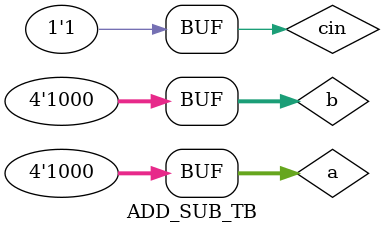
<source format=v>
module Adder_Subtractor(s, cout, a, b, cin);
input [3:0] a, b;
input cin;
output [3:0]s;
output cout;
wire [3:0] bx;
wire c1, c2, c3;

xor(bx[0], b[0], cin);
xor(bx[1], b[1], cin);
xor(bx[2], b[2], cin);
xor(bx[3], b[3], cin);

Full_Adder FA1(s[0], c1, a[0], bx[0], cin);
Full_Adder FA2(s[1], c2, a[1], bx[1], c1);
Full_Adder FA3(s[2], c3, a[2], bx[2], c2);
Full_Adder FA4(s[3], cout, a[3], bx[3], c3);

endmodule

module ADD_SUB_TB();
reg [3:0] a,b;
reg cin;
wire[3:0]s;
wire cout;
Add_Sub AS1(s, cout, a, b, cin);
initial begin
a=4'b1000; b=4'b0010; cin=1'b0; #100;
a=4'b1000; b=4'b0010; cin=1'b1; #100;
a=4'b1000; b=4'b1000; cin=1'b0; #100;
a=4'b1000; b=4'b1000; cin=1'b1; #100;
end
endmodule


</source>
